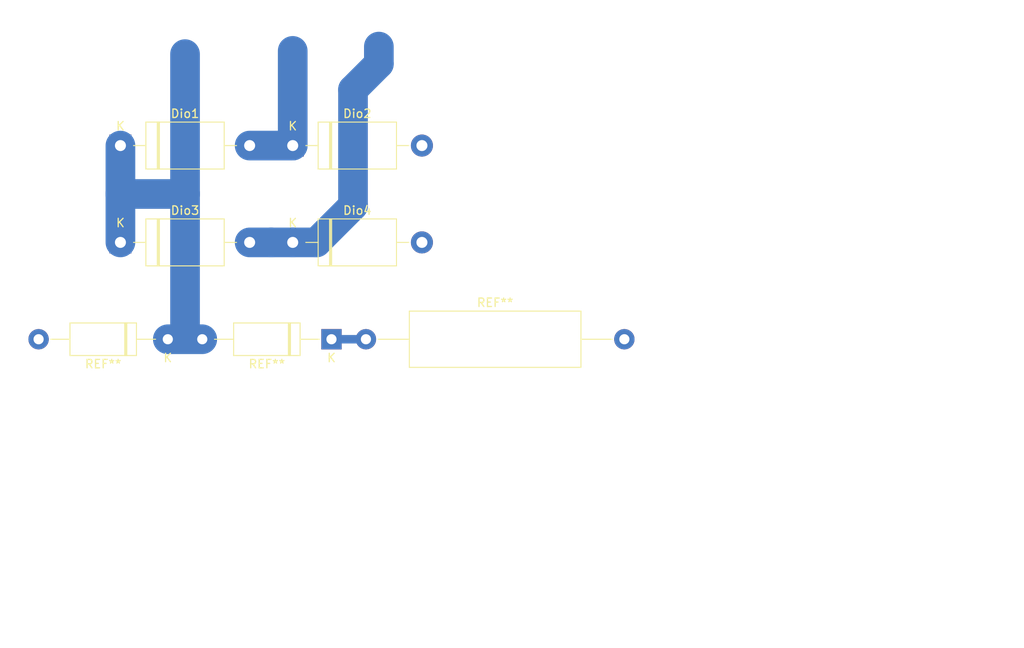
<source format=kicad_pcb>
(kicad_pcb (version 20171130) (host pcbnew "(5.1.6-0-10_14)")

  (general
    (thickness 1.6)
    (drawings 0)
    (tracks 19)
    (zones 0)
    (modules 11)
    (nets 1)
  )

  (page A4)
  (layers
    (0 F.Cu signal)
    (31 B.Cu signal)
    (32 B.Adhes user)
    (33 F.Adhes user)
    (34 B.Paste user)
    (35 F.Paste user)
    (36 B.SilkS user)
    (37 F.SilkS user)
    (38 B.Mask user)
    (39 F.Mask user)
    (40 Dwgs.User user)
    (41 Cmts.User user)
    (42 Eco1.User user)
    (43 Eco2.User user)
    (44 Edge.Cuts user)
    (45 Margin user)
    (46 B.CrtYd user)
    (47 F.CrtYd user)
    (48 B.Fab user)
    (49 F.Fab user)
  )

  (setup
    (last_trace_width 0.25)
    (trace_clearance 0.2)
    (zone_clearance 0.508)
    (zone_45_only no)
    (trace_min 0.2)
    (via_size 0.8)
    (via_drill 0.4)
    (via_min_size 0.4)
    (via_min_drill 0.3)
    (uvia_size 0.3)
    (uvia_drill 0.1)
    (uvias_allowed no)
    (uvia_min_size 0.2)
    (uvia_min_drill 0.1)
    (edge_width 0.05)
    (segment_width 0.2)
    (pcb_text_width 0.3)
    (pcb_text_size 1.5 1.5)
    (mod_edge_width 0.12)
    (mod_text_size 1 1)
    (mod_text_width 0.15)
    (pad_size 1.524 1.524)
    (pad_drill 0.762)
    (pad_to_mask_clearance 0.05)
    (aux_axis_origin 0 0)
    (visible_elements FFFFFF7F)
    (pcbplotparams
      (layerselection 0x010fc_ffffffff)
      (usegerberextensions false)
      (usegerberattributes true)
      (usegerberadvancedattributes true)
      (creategerberjobfile true)
      (excludeedgelayer true)
      (linewidth 0.100000)
      (plotframeref false)
      (viasonmask false)
      (mode 1)
      (useauxorigin false)
      (hpglpennumber 1)
      (hpglpenspeed 20)
      (hpglpendiameter 15.000000)
      (psnegative false)
      (psa4output false)
      (plotreference true)
      (plotvalue true)
      (plotinvisibletext false)
      (padsonsilk false)
      (subtractmaskfromsilk false)
      (outputformat 1)
      (mirror false)
      (drillshape 1)
      (scaleselection 1)
      (outputdirectory ""))
  )

  (net 0 "")

  (net_class Default "This is the default net class."
    (clearance 0.2)
    (trace_width 0.25)
    (via_dia 0.8)
    (via_drill 0.4)
    (uvia_dia 0.3)
    (uvia_drill 0.1)
  )

  (module Resistor_THT:R_Axial_Power_L20.0mm_W6.4mm_P30.48mm (layer F.Cu) (tedit 5AE5139B) (tstamp 5F439AA2)
    (at 112.776 63.5)
    (descr "Resistor, Axial_Power series, Box, pin pitch=30.48mm, 4W, length*width*height=20*6.4*6.4mm^3, http://cdn-reichelt.de/documents/datenblatt/B400/5WAXIAL_9WAXIAL_11WAXIAL_17WAXIAL%23YAG.pdf")
    (tags "Resistor Axial_Power series Box pin pitch 30.48mm 4W length 20mm width 6.4mm height 6.4mm")
    (fp_text reference REF** (at 15.24 -4.32) (layer F.SilkS)
      (effects (font (size 1 1) (thickness 0.15)))
    )
    (fp_text value R_Axial_Power_L20.0mm_W6.4mm_P30.48mm (at 15.24 4.32) (layer F.Fab)
      (effects (font (size 1 1) (thickness 0.15)))
    )
    (fp_text user %R (at 15.24 0) (layer F.Fab)
      (effects (font (size 1 1) (thickness 0.15)))
    )
    (fp_line (start 5.24 -3.2) (end 5.24 3.2) (layer F.Fab) (width 0.1))
    (fp_line (start 5.24 3.2) (end 25.24 3.2) (layer F.Fab) (width 0.1))
    (fp_line (start 25.24 3.2) (end 25.24 -3.2) (layer F.Fab) (width 0.1))
    (fp_line (start 25.24 -3.2) (end 5.24 -3.2) (layer F.Fab) (width 0.1))
    (fp_line (start 0 0) (end 5.24 0) (layer F.Fab) (width 0.1))
    (fp_line (start 30.48 0) (end 25.24 0) (layer F.Fab) (width 0.1))
    (fp_line (start 5.12 -3.32) (end 5.12 3.32) (layer F.SilkS) (width 0.12))
    (fp_line (start 5.12 3.32) (end 25.36 3.32) (layer F.SilkS) (width 0.12))
    (fp_line (start 25.36 3.32) (end 25.36 -3.32) (layer F.SilkS) (width 0.12))
    (fp_line (start 25.36 -3.32) (end 5.12 -3.32) (layer F.SilkS) (width 0.12))
    (fp_line (start 1.44 0) (end 5.12 0) (layer F.SilkS) (width 0.12))
    (fp_line (start 29.04 0) (end 25.36 0) (layer F.SilkS) (width 0.12))
    (fp_line (start -1.45 -3.45) (end -1.45 3.45) (layer F.CrtYd) (width 0.05))
    (fp_line (start -1.45 3.45) (end 31.94 3.45) (layer F.CrtYd) (width 0.05))
    (fp_line (start 31.94 3.45) (end 31.94 -3.45) (layer F.CrtYd) (width 0.05))
    (fp_line (start 31.94 -3.45) (end -1.45 -3.45) (layer F.CrtYd) (width 0.05))
    (pad 2 thru_hole oval (at 30.48 0) (size 2.4 2.4) (drill 1.2) (layers *.Cu *.Mask))
    (pad 1 thru_hole circle (at 0 0) (size 2.4 2.4) (drill 1.2) (layers *.Cu *.Mask))
    (model ${KISYS3DMOD}/Resistor_THT.3dshapes/R_Axial_Power_L20.0mm_W6.4mm_P30.48mm.wrl
      (at (xyz 0 0 0))
      (scale (xyz 1 1 1))
      (rotate (xyz 0 0 0))
    )
  )

  (module Diode_THT:D_DO-15_P15.24mm_Horizontal (layer F.Cu) (tedit 5AE50CD5) (tstamp 5F438543)
    (at 108.712 63.5 180)
    (descr "Diode, DO-15 series, Axial, Horizontal, pin pitch=15.24mm, , length*diameter=7.6*3.6mm^2, , http://www.diodes.com/_files/packages/DO-15.pdf")
    (tags "Diode DO-15 series Axial Horizontal pin pitch 15.24mm  length 7.6mm diameter 3.6mm")
    (fp_text reference REF** (at 7.62 -2.92) (layer F.SilkS)
      (effects (font (size 1 1) (thickness 0.15)))
    )
    (fp_text value D_DO-15_P15.24mm_Horizontal (at 7.62 2.92) (layer F.Fab)
      (effects (font (size 1 1) (thickness 0.15)))
    )
    (fp_line (start 3.82 -1.8) (end 3.82 1.8) (layer F.Fab) (width 0.1))
    (fp_line (start 3.82 1.8) (end 11.42 1.8) (layer F.Fab) (width 0.1))
    (fp_line (start 11.42 1.8) (end 11.42 -1.8) (layer F.Fab) (width 0.1))
    (fp_line (start 11.42 -1.8) (end 3.82 -1.8) (layer F.Fab) (width 0.1))
    (fp_line (start 0 0) (end 3.82 0) (layer F.Fab) (width 0.1))
    (fp_line (start 15.24 0) (end 11.42 0) (layer F.Fab) (width 0.1))
    (fp_line (start 4.96 -1.8) (end 4.96 1.8) (layer F.Fab) (width 0.1))
    (fp_line (start 5.06 -1.8) (end 5.06 1.8) (layer F.Fab) (width 0.1))
    (fp_line (start 4.86 -1.8) (end 4.86 1.8) (layer F.Fab) (width 0.1))
    (fp_line (start 3.7 -1.92) (end 3.7 1.92) (layer F.SilkS) (width 0.12))
    (fp_line (start 3.7 1.92) (end 11.54 1.92) (layer F.SilkS) (width 0.12))
    (fp_line (start 11.54 1.92) (end 11.54 -1.92) (layer F.SilkS) (width 0.12))
    (fp_line (start 11.54 -1.92) (end 3.7 -1.92) (layer F.SilkS) (width 0.12))
    (fp_line (start 1.44 0) (end 3.7 0) (layer F.SilkS) (width 0.12))
    (fp_line (start 13.8 0) (end 11.54 0) (layer F.SilkS) (width 0.12))
    (fp_line (start 4.96 -1.92) (end 4.96 1.92) (layer F.SilkS) (width 0.12))
    (fp_line (start 5.08 -1.92) (end 5.08 1.92) (layer F.SilkS) (width 0.12))
    (fp_line (start 4.84 -1.92) (end 4.84 1.92) (layer F.SilkS) (width 0.12))
    (fp_line (start -1.45 -2.05) (end -1.45 2.05) (layer F.CrtYd) (width 0.05))
    (fp_line (start -1.45 2.05) (end 16.69 2.05) (layer F.CrtYd) (width 0.05))
    (fp_line (start 16.69 2.05) (end 16.69 -2.05) (layer F.CrtYd) (width 0.05))
    (fp_line (start 16.69 -2.05) (end -1.45 -2.05) (layer F.CrtYd) (width 0.05))
    (fp_text user %R (at 8.19 0) (layer F.Fab)
      (effects (font (size 1 1) (thickness 0.15)))
    )
    (fp_text user K (at 0 -2.2) (layer F.Fab)
      (effects (font (size 1 1) (thickness 0.15)))
    )
    (fp_text user K (at 0 -2.2) (layer F.SilkS)
      (effects (font (size 1 1) (thickness 0.15)))
    )
    (pad 1 thru_hole rect (at 0 0 180) (size 2.4 2.4) (drill 1.2) (layers *.Cu *.Mask))
    (pad 2 thru_hole oval (at 15.24 0 180) (size 2.4 2.4) (drill 1.2) (layers *.Cu *.Mask))
    (model ${KISYS3DMOD}/Diode_THT.3dshapes/D_DO-15_P15.24mm_Horizontal.wrl
      (at (xyz 0 0 0))
      (scale (xyz 1 1 1))
      (rotate (xyz 0 0 0))
    )
  )

  (module Diode_THT:D_DO-15_P15.24mm_Horizontal (layer F.Cu) (tedit 5AE50CD5) (tstamp 5F438524)
    (at 89.408 63.5 180)
    (descr "Diode, DO-15 series, Axial, Horizontal, pin pitch=15.24mm, , length*diameter=7.6*3.6mm^2, , http://www.diodes.com/_files/packages/DO-15.pdf")
    (tags "Diode DO-15 series Axial Horizontal pin pitch 15.24mm  length 7.6mm diameter 3.6mm")
    (fp_text reference REF** (at 7.62 -2.92) (layer F.SilkS)
      (effects (font (size 1 1) (thickness 0.15)))
    )
    (fp_text value D_DO-15_P15.24mm_Horizontal (at 7.62 2.92) (layer F.Fab)
      (effects (font (size 1 1) (thickness 0.15)))
    )
    (fp_text user K (at 0 -2.2) (layer F.SilkS)
      (effects (font (size 1 1) (thickness 0.15)))
    )
    (fp_text user K (at 0 -2.2) (layer F.Fab)
      (effects (font (size 1 1) (thickness 0.15)))
    )
    (fp_text user %R (at 8.19 0) (layer F.Fab)
      (effects (font (size 1 1) (thickness 0.15)))
    )
    (fp_line (start 3.82 -1.8) (end 3.82 1.8) (layer F.Fab) (width 0.1))
    (fp_line (start 3.82 1.8) (end 11.42 1.8) (layer F.Fab) (width 0.1))
    (fp_line (start 11.42 1.8) (end 11.42 -1.8) (layer F.Fab) (width 0.1))
    (fp_line (start 11.42 -1.8) (end 3.82 -1.8) (layer F.Fab) (width 0.1))
    (fp_line (start 0 0) (end 3.82 0) (layer F.Fab) (width 0.1))
    (fp_line (start 15.24 0) (end 11.42 0) (layer F.Fab) (width 0.1))
    (fp_line (start 4.96 -1.8) (end 4.96 1.8) (layer F.Fab) (width 0.1))
    (fp_line (start 5.06 -1.8) (end 5.06 1.8) (layer F.Fab) (width 0.1))
    (fp_line (start 4.86 -1.8) (end 4.86 1.8) (layer F.Fab) (width 0.1))
    (fp_line (start 3.7 -1.92) (end 3.7 1.92) (layer F.SilkS) (width 0.12))
    (fp_line (start 3.7 1.92) (end 11.54 1.92) (layer F.SilkS) (width 0.12))
    (fp_line (start 11.54 1.92) (end 11.54 -1.92) (layer F.SilkS) (width 0.12))
    (fp_line (start 11.54 -1.92) (end 3.7 -1.92) (layer F.SilkS) (width 0.12))
    (fp_line (start 1.44 0) (end 3.7 0) (layer F.SilkS) (width 0.12))
    (fp_line (start 13.8 0) (end 11.54 0) (layer F.SilkS) (width 0.12))
    (fp_line (start 4.96 -1.92) (end 4.96 1.92) (layer F.SilkS) (width 0.12))
    (fp_line (start 5.08 -1.92) (end 5.08 1.92) (layer F.SilkS) (width 0.12))
    (fp_line (start 4.84 -1.92) (end 4.84 1.92) (layer F.SilkS) (width 0.12))
    (fp_line (start -1.45 -2.05) (end -1.45 2.05) (layer F.CrtYd) (width 0.05))
    (fp_line (start -1.45 2.05) (end 16.69 2.05) (layer F.CrtYd) (width 0.05))
    (fp_line (start 16.69 2.05) (end 16.69 -2.05) (layer F.CrtYd) (width 0.05))
    (fp_line (start 16.69 -2.05) (end -1.45 -2.05) (layer F.CrtYd) (width 0.05))
    (pad 2 thru_hole oval (at 15.24 0 180) (size 2.4 2.4) (drill 1.2) (layers *.Cu *.Mask))
    (pad 1 thru_hole rect (at 0 0 180) (size 2.4 2.4) (drill 1.2) (layers *.Cu *.Mask))
    (model ${KISYS3DMOD}/Diode_THT.3dshapes/D_DO-15_P15.24mm_Horizontal.wrl
      (at (xyz 0 0 0))
      (scale (xyz 1 1 1))
      (rotate (xyz 0 0 0))
    )
  )

  (module MountingHole:MountingHole_3.7mm (layer F.Cu) (tedit 56D1B4CB) (tstamp 5F437D23)
    (at 186.436 91.567)
    (descr "Mounting Hole 3.7mm, no annular")
    (tags "mounting hole 3.7mm no annular")
    (attr virtual)
    (fp_text reference Mount4 (at 0 -4.7) (layer F.SilkS) hide
      (effects (font (size 1 1) (thickness 0.15)))
    )
    (fp_text value MountingHole_3.7mm (at 0 4.7) (layer F.Fab) hide
      (effects (font (size 1 1) (thickness 0.15)))
    )
    (fp_circle (center 0 0) (end 3.7 0) (layer Cmts.User) (width 0.15))
    (fp_circle (center 0 0) (end 3.95 0) (layer F.CrtYd) (width 0.05))
    (fp_text user %R (at 0.3 0) (layer F.Fab)
      (effects (font (size 1 1) (thickness 0.15)))
    )
    (pad 1 np_thru_hole circle (at 0 0) (size 3.7 3.7) (drill 3.7) (layers *.Cu *.Mask))
  )

  (module MountingHole:MountingHole_3.7mm (layer F.Cu) (tedit 56D1B4CB) (tstamp 5F437D23)
    (at 186.436 32.512)
    (descr "Mounting Hole 3.7mm, no annular")
    (tags "mounting hole 3.7mm no annular")
    (attr virtual)
    (fp_text reference Mount3 (at 0 -4.7) (layer F.SilkS) hide
      (effects (font (size 1 1) (thickness 0.15)))
    )
    (fp_text value MountingHole_3.7mm (at 0 4.7) (layer F.Fab) hide
      (effects (font (size 1 1) (thickness 0.15)))
    )
    (fp_circle (center 0 0) (end 3.7 0) (layer Cmts.User) (width 0.15))
    (fp_circle (center 0 0) (end 3.95 0) (layer F.CrtYd) (width 0.05))
    (fp_text user %R (at 0.3 0) (layer F.Fab)
      (effects (font (size 1 1) (thickness 0.15)))
    )
    (pad 1 np_thru_hole circle (at 0 0) (size 3.7 3.7) (drill 3.7) (layers *.Cu *.Mask))
  )

  (module MountingHole:MountingHole_3.7mm (layer F.Cu) (tedit 56D1B4CB) (tstamp 5F437D23)
    (at 131.826 96.012)
    (descr "Mounting Hole 3.7mm, no annular")
    (tags "mounting hole 3.7mm no annular")
    (attr virtual)
    (fp_text reference Mount2 (at 1.27 -4.7) (layer F.SilkS) hide
      (effects (font (size 1 1) (thickness 0.15)))
    )
    (fp_text value MountingHole_3.7mm (at 0 4.7) (layer F.Fab) hide
      (effects (font (size 1 1) (thickness 0.15)))
    )
    (fp_circle (center 0 0) (end 3.7 0) (layer Cmts.User) (width 0.15))
    (fp_circle (center 0 0) (end 3.95 0) (layer F.CrtYd) (width 0.05))
    (fp_text user %R (at 0.3 0) (layer F.Fab)
      (effects (font (size 1 1) (thickness 0.15)))
    )
    (pad 1 np_thru_hole circle (at 0 0) (size 3.7 3.7) (drill 3.7) (layers *.Cu *.Mask))
  )

  (module MountingHole:MountingHole_3.7mm (layer F.Cu) (tedit 56D1B4CB) (tstamp 5F437D90)
    (at 131.826 27.432)
    (descr "Mounting Hole 3.7mm, no annular")
    (tags "mounting hole 3.7mm no annular")
    (attr virtual)
    (fp_text reference Mount1 (at 0 -4.7) (layer F.SilkS) hide
      (effects (font (size 1 1) (thickness 0.15)))
    )
    (fp_text value MountingHole_3.7mm (at 0 4.7) (layer F.Fab) hide
      (effects (font (size 1 1) (thickness 0.15)))
    )
    (fp_text user %R (at 0.3 0) (layer F.Fab)
      (effects (font (size 1 1) (thickness 0.15)))
    )
    (fp_circle (center 0 0) (end 3.7 0) (layer Cmts.User) (width 0.15))
    (fp_circle (center 0 0) (end 3.95 0) (layer F.CrtYd) (width 0.05))
    (pad 1 np_thru_hole circle (at 0 0) (size 3.7 3.7) (drill 3.7) (layers *.Cu *.Mask))
  )

  (module Diode_THT:D_DO-201AE_P15.24mm_Horizontal (layer F.Cu) (tedit 5AE50CD5) (tstamp 5F431373)
    (at 104.14 52.07)
    (descr "Diode, DO-201AE series, Axial, Horizontal, pin pitch=15.24mm, , length*diameter=9*5.3mm^2, , http://www.farnell.com/datasheets/529758.pdf")
    (tags "Diode DO-201AE series Axial Horizontal pin pitch 15.24mm  length 9mm diameter 5.3mm")
    (fp_text reference Dio4 (at 7.62 -3.77) (layer F.SilkS)
      (effects (font (size 1 1) (thickness 0.15)))
    )
    (fp_text value D_DO-201AE_P15.24mm_Horizontal (at 7.62 3.77) (layer F.Fab)
      (effects (font (size 1 1) (thickness 0.15)))
    )
    (fp_line (start 3.12 -2.65) (end 3.12 2.65) (layer F.Fab) (width 0.1))
    (fp_line (start 3.12 2.65) (end 12.12 2.65) (layer F.Fab) (width 0.1))
    (fp_line (start 12.12 2.65) (end 12.12 -2.65) (layer F.Fab) (width 0.1))
    (fp_line (start 12.12 -2.65) (end 3.12 -2.65) (layer F.Fab) (width 0.1))
    (fp_line (start 0 0) (end 3.12 0) (layer F.Fab) (width 0.1))
    (fp_line (start 15.24 0) (end 12.12 0) (layer F.Fab) (width 0.1))
    (fp_line (start 4.47 -2.65) (end 4.47 2.65) (layer F.Fab) (width 0.1))
    (fp_line (start 4.57 -2.65) (end 4.57 2.65) (layer F.Fab) (width 0.1))
    (fp_line (start 4.37 -2.65) (end 4.37 2.65) (layer F.Fab) (width 0.1))
    (fp_line (start 3 -2.77) (end 3 2.77) (layer F.SilkS) (width 0.12))
    (fp_line (start 3 2.77) (end 12.24 2.77) (layer F.SilkS) (width 0.12))
    (fp_line (start 12.24 2.77) (end 12.24 -2.77) (layer F.SilkS) (width 0.12))
    (fp_line (start 12.24 -2.77) (end 3 -2.77) (layer F.SilkS) (width 0.12))
    (fp_line (start 1.54 0) (end 3 0) (layer F.SilkS) (width 0.12))
    (fp_line (start 13.7 0) (end 12.24 0) (layer F.SilkS) (width 0.12))
    (fp_line (start 4.47 -2.77) (end 4.47 2.77) (layer F.SilkS) (width 0.12))
    (fp_line (start 4.59 -2.77) (end 4.59 2.77) (layer F.SilkS) (width 0.12))
    (fp_line (start 4.35 -2.77) (end 4.35 2.77) (layer F.SilkS) (width 0.12))
    (fp_line (start -1.55 -2.9) (end -1.55 2.9) (layer F.CrtYd) (width 0.05))
    (fp_line (start -1.55 2.9) (end 16.79 2.9) (layer F.CrtYd) (width 0.05))
    (fp_line (start 16.79 2.9) (end 16.79 -2.9) (layer F.CrtYd) (width 0.05))
    (fp_line (start 16.79 -2.9) (end -1.55 -2.9) (layer F.CrtYd) (width 0.05))
    (fp_text user %R (at 8.295 0) (layer F.Fab)
      (effects (font (size 1 1) (thickness 0.15)))
    )
    (fp_text user K (at 0 -2.3) (layer F.Fab)
      (effects (font (size 1 1) (thickness 0.15)))
    )
    (fp_text user K (at 0 -2.3) (layer F.SilkS)
      (effects (font (size 1 1) (thickness 0.15)))
    )
    (pad 1 thru_hole rect (at 0 0) (size 2.6 2.6) (drill 1.3) (layers *.Cu *.Mask))
    (pad 2 thru_hole oval (at 15.24 0) (size 2.6 2.6) (drill 1.3) (layers *.Cu *.Mask))
    (model ${KISYS3DMOD}/Diode_THT.3dshapes/D_DO-201AE_P15.24mm_Horizontal.wrl
      (at (xyz 0 0 0))
      (scale (xyz 1 1 1))
      (rotate (xyz 0 0 0))
    )
  )

  (module Diode_THT:D_DO-201AE_P15.24mm_Horizontal (layer F.Cu) (tedit 5AE50CD5) (tstamp 5F431373)
    (at 104.14 40.64)
    (descr "Diode, DO-201AE series, Axial, Horizontal, pin pitch=15.24mm, , length*diameter=9*5.3mm^2, , http://www.farnell.com/datasheets/529758.pdf")
    (tags "Diode DO-201AE series Axial Horizontal pin pitch 15.24mm  length 9mm diameter 5.3mm")
    (fp_text reference Dio2 (at 7.62 -3.77) (layer F.SilkS)
      (effects (font (size 1 1) (thickness 0.15)))
    )
    (fp_text value D_DO-201AE_P15.24mm_Horizontal (at 7.62 3.77) (layer F.Fab)
      (effects (font (size 1 1) (thickness 0.15)))
    )
    (fp_line (start 3.12 -2.65) (end 3.12 2.65) (layer F.Fab) (width 0.1))
    (fp_line (start 3.12 2.65) (end 12.12 2.65) (layer F.Fab) (width 0.1))
    (fp_line (start 12.12 2.65) (end 12.12 -2.65) (layer F.Fab) (width 0.1))
    (fp_line (start 12.12 -2.65) (end 3.12 -2.65) (layer F.Fab) (width 0.1))
    (fp_line (start 0 0) (end 3.12 0) (layer F.Fab) (width 0.1))
    (fp_line (start 15.24 0) (end 12.12 0) (layer F.Fab) (width 0.1))
    (fp_line (start 4.47 -2.65) (end 4.47 2.65) (layer F.Fab) (width 0.1))
    (fp_line (start 4.57 -2.65) (end 4.57 2.65) (layer F.Fab) (width 0.1))
    (fp_line (start 4.37 -2.65) (end 4.37 2.65) (layer F.Fab) (width 0.1))
    (fp_line (start 3 -2.77) (end 3 2.77) (layer F.SilkS) (width 0.12))
    (fp_line (start 3 2.77) (end 12.24 2.77) (layer F.SilkS) (width 0.12))
    (fp_line (start 12.24 2.77) (end 12.24 -2.77) (layer F.SilkS) (width 0.12))
    (fp_line (start 12.24 -2.77) (end 3 -2.77) (layer F.SilkS) (width 0.12))
    (fp_line (start 1.54 0) (end 3 0) (layer F.SilkS) (width 0.12))
    (fp_line (start 13.7 0) (end 12.24 0) (layer F.SilkS) (width 0.12))
    (fp_line (start 4.47 -2.77) (end 4.47 2.77) (layer F.SilkS) (width 0.12))
    (fp_line (start 4.59 -2.77) (end 4.59 2.77) (layer F.SilkS) (width 0.12))
    (fp_line (start 4.35 -2.77) (end 4.35 2.77) (layer F.SilkS) (width 0.12))
    (fp_line (start -1.55 -2.9) (end -1.55 2.9) (layer F.CrtYd) (width 0.05))
    (fp_line (start -1.55 2.9) (end 16.79 2.9) (layer F.CrtYd) (width 0.05))
    (fp_line (start 16.79 2.9) (end 16.79 -2.9) (layer F.CrtYd) (width 0.05))
    (fp_line (start 16.79 -2.9) (end -1.55 -2.9) (layer F.CrtYd) (width 0.05))
    (fp_text user %R (at 8.295 0) (layer F.Fab)
      (effects (font (size 1 1) (thickness 0.15)))
    )
    (fp_text user K (at 0 -2.3) (layer F.Fab)
      (effects (font (size 1 1) (thickness 0.15)))
    )
    (fp_text user K (at 0 -2.3) (layer F.SilkS)
      (effects (font (size 1 1) (thickness 0.15)))
    )
    (pad 1 thru_hole rect (at 0 0) (size 2.6 2.6) (drill 1.3) (layers *.Cu *.Mask))
    (pad 2 thru_hole oval (at 15.24 0) (size 2.6 2.6) (drill 1.3) (layers *.Cu *.Mask))
    (model ${KISYS3DMOD}/Diode_THT.3dshapes/D_DO-201AE_P15.24mm_Horizontal.wrl
      (at (xyz 0 0 0))
      (scale (xyz 1 1 1))
      (rotate (xyz 0 0 0))
    )
  )

  (module Diode_THT:D_DO-201AE_P15.24mm_Horizontal (layer F.Cu) (tedit 5AE50CD5) (tstamp 5F431373)
    (at 83.82 52.07)
    (descr "Diode, DO-201AE series, Axial, Horizontal, pin pitch=15.24mm, , length*diameter=9*5.3mm^2, , http://www.farnell.com/datasheets/529758.pdf")
    (tags "Diode DO-201AE series Axial Horizontal pin pitch 15.24mm  length 9mm diameter 5.3mm")
    (fp_text reference Dio3 (at 7.62 -3.77) (layer F.SilkS)
      (effects (font (size 1 1) (thickness 0.15)))
    )
    (fp_text value D_DO-201AE_P15.24mm_Horizontal (at 7.62 3.77) (layer F.Fab)
      (effects (font (size 1 1) (thickness 0.15)))
    )
    (fp_line (start 3.12 -2.65) (end 3.12 2.65) (layer F.Fab) (width 0.1))
    (fp_line (start 3.12 2.65) (end 12.12 2.65) (layer F.Fab) (width 0.1))
    (fp_line (start 12.12 2.65) (end 12.12 -2.65) (layer F.Fab) (width 0.1))
    (fp_line (start 12.12 -2.65) (end 3.12 -2.65) (layer F.Fab) (width 0.1))
    (fp_line (start 0 0) (end 3.12 0) (layer F.Fab) (width 0.1))
    (fp_line (start 15.24 0) (end 12.12 0) (layer F.Fab) (width 0.1))
    (fp_line (start 4.47 -2.65) (end 4.47 2.65) (layer F.Fab) (width 0.1))
    (fp_line (start 4.57 -2.65) (end 4.57 2.65) (layer F.Fab) (width 0.1))
    (fp_line (start 4.37 -2.65) (end 4.37 2.65) (layer F.Fab) (width 0.1))
    (fp_line (start 3 -2.77) (end 3 2.77) (layer F.SilkS) (width 0.12))
    (fp_line (start 3 2.77) (end 12.24 2.77) (layer F.SilkS) (width 0.12))
    (fp_line (start 12.24 2.77) (end 12.24 -2.77) (layer F.SilkS) (width 0.12))
    (fp_line (start 12.24 -2.77) (end 3 -2.77) (layer F.SilkS) (width 0.12))
    (fp_line (start 1.54 0) (end 3 0) (layer F.SilkS) (width 0.12))
    (fp_line (start 13.7 0) (end 12.24 0) (layer F.SilkS) (width 0.12))
    (fp_line (start 4.47 -2.77) (end 4.47 2.77) (layer F.SilkS) (width 0.12))
    (fp_line (start 4.59 -2.77) (end 4.59 2.77) (layer F.SilkS) (width 0.12))
    (fp_line (start 4.35 -2.77) (end 4.35 2.77) (layer F.SilkS) (width 0.12))
    (fp_line (start -1.55 -2.9) (end -1.55 2.9) (layer F.CrtYd) (width 0.05))
    (fp_line (start -1.55 2.9) (end 16.79 2.9) (layer F.CrtYd) (width 0.05))
    (fp_line (start 16.79 2.9) (end 16.79 -2.9) (layer F.CrtYd) (width 0.05))
    (fp_line (start 16.79 -2.9) (end -1.55 -2.9) (layer F.CrtYd) (width 0.05))
    (fp_text user %R (at 8.295 0) (layer F.Fab)
      (effects (font (size 1 1) (thickness 0.15)))
    )
    (fp_text user K (at 0 -2.3) (layer F.Fab)
      (effects (font (size 1 1) (thickness 0.15)))
    )
    (fp_text user K (at 0 -2.3) (layer F.SilkS)
      (effects (font (size 1 1) (thickness 0.15)))
    )
    (pad 1 thru_hole rect (at 0 0) (size 2.6 2.6) (drill 1.3) (layers *.Cu *.Mask))
    (pad 2 thru_hole oval (at 15.24 0) (size 2.6 2.6) (drill 1.3) (layers *.Cu *.Mask))
    (model ${KISYS3DMOD}/Diode_THT.3dshapes/D_DO-201AE_P15.24mm_Horizontal.wrl
      (at (xyz 0 0 0))
      (scale (xyz 1 1 1))
      (rotate (xyz 0 0 0))
    )
  )

  (module Diode_THT:D_DO-201AE_P15.24mm_Horizontal (layer F.Cu) (tedit 5AE50CD5) (tstamp 5F4312DB)
    (at 83.82 40.64)
    (descr "Diode, DO-201AE series, Axial, Horizontal, pin pitch=15.24mm, , length*diameter=9*5.3mm^2, , http://www.farnell.com/datasheets/529758.pdf")
    (tags "Diode DO-201AE series Axial Horizontal pin pitch 15.24mm  length 9mm diameter 5.3mm")
    (fp_text reference Dio1 (at 7.62 -3.77) (layer F.SilkS)
      (effects (font (size 1 1) (thickness 0.15)))
    )
    (fp_text value D_DO-201AE_P15.24mm_Horizontal (at 7.62 3.77) (layer F.Fab)
      (effects (font (size 1 1) (thickness 0.15)))
    )
    (fp_text user K (at 0 -2.3) (layer F.SilkS)
      (effects (font (size 1 1) (thickness 0.15)))
    )
    (fp_text user K (at 0 -2.3) (layer F.Fab)
      (effects (font (size 1 1) (thickness 0.15)))
    )
    (fp_text user %R (at 8.295 0) (layer F.Fab)
      (effects (font (size 1 1) (thickness 0.15)))
    )
    (fp_line (start 3.12 -2.65) (end 3.12 2.65) (layer F.Fab) (width 0.1))
    (fp_line (start 3.12 2.65) (end 12.12 2.65) (layer F.Fab) (width 0.1))
    (fp_line (start 12.12 2.65) (end 12.12 -2.65) (layer F.Fab) (width 0.1))
    (fp_line (start 12.12 -2.65) (end 3.12 -2.65) (layer F.Fab) (width 0.1))
    (fp_line (start 0 0) (end 3.12 0) (layer F.Fab) (width 0.1))
    (fp_line (start 15.24 0) (end 12.12 0) (layer F.Fab) (width 0.1))
    (fp_line (start 4.47 -2.65) (end 4.47 2.65) (layer F.Fab) (width 0.1))
    (fp_line (start 4.57 -2.65) (end 4.57 2.65) (layer F.Fab) (width 0.1))
    (fp_line (start 4.37 -2.65) (end 4.37 2.65) (layer F.Fab) (width 0.1))
    (fp_line (start 3 -2.77) (end 3 2.77) (layer F.SilkS) (width 0.12))
    (fp_line (start 3 2.77) (end 12.24 2.77) (layer F.SilkS) (width 0.12))
    (fp_line (start 12.24 2.77) (end 12.24 -2.77) (layer F.SilkS) (width 0.12))
    (fp_line (start 12.24 -2.77) (end 3 -2.77) (layer F.SilkS) (width 0.12))
    (fp_line (start 1.54 0) (end 3 0) (layer F.SilkS) (width 0.12))
    (fp_line (start 13.7 0) (end 12.24 0) (layer F.SilkS) (width 0.12))
    (fp_line (start 4.47 -2.77) (end 4.47 2.77) (layer F.SilkS) (width 0.12))
    (fp_line (start 4.59 -2.77) (end 4.59 2.77) (layer F.SilkS) (width 0.12))
    (fp_line (start 4.35 -2.77) (end 4.35 2.77) (layer F.SilkS) (width 0.12))
    (fp_line (start -1.55 -2.9) (end -1.55 2.9) (layer F.CrtYd) (width 0.05))
    (fp_line (start -1.55 2.9) (end 16.79 2.9) (layer F.CrtYd) (width 0.05))
    (fp_line (start 16.79 2.9) (end 16.79 -2.9) (layer F.CrtYd) (width 0.05))
    (fp_line (start 16.79 -2.9) (end -1.55 -2.9) (layer F.CrtYd) (width 0.05))
    (pad 2 thru_hole oval (at 15.24 0) (size 2.6 2.6) (drill 1.3) (layers *.Cu *.Mask))
    (pad 1 thru_hole rect (at 0 0) (size 2.6 2.6) (drill 1.3) (layers *.Cu *.Mask))
    (model ${KISYS3DMOD}/Diode_THT.3dshapes/D_DO-201AE_P15.24mm_Horizontal.wrl
      (at (xyz 0 0 0))
      (scale (xyz 1 1 1))
      (rotate (xyz 0 0 0))
    )
  )

  (segment (start 101.6 52.07) (end 102.87 52.07) (width 0.25) (layer B.Cu) (net 0))
  (segment (start 104.14 52.07) (end 99.06 52.07) (width 2.5) (layer B.Cu) (net 0))
  (segment (start 101.6 52.07) (end 104.14 52.07) (width 3.5) (layer B.Cu) (net 0))
  (segment (start 99.06 52.07) (end 101.6 52.07) (width 3.5) (layer B.Cu) (net 0))
  (segment (start 99.06 40.64) (end 104.14 40.64) (width 3.5) (layer B.Cu) (net 0))
  (segment (start 83.82 52.07) (end 83.82 46.355) (width 3.5) (layer B.Cu) (net 0))
  (segment (start 83.82 46.355) (end 83.82 40.64) (width 3.5) (layer B.Cu) (net 0))
  (segment (start 91.44 46.355) (end 91.44 29.845) (width 3.5) (layer B.Cu) (net 0))
  (segment (start 91.44 46.355) (end 91.44 62.865) (width 3.5) (layer B.Cu) (net 0))
  (segment (start 83.82 46.355) (end 91.44 46.355) (width 3.5) (layer B.Cu) (net 0))
  (segment (start 104.14 40.64) (end 104.14 29.464) (width 3.5) (layer B.Cu) (net 0))
  (segment (start 104.14 29.464) (end 104.14 28.448) (width 0.25) (layer B.Cu) (net 0))
  (segment (start 104.14 52.07) (end 106.934 52.07) (width 3.5) (layer B.Cu) (net 0))
  (segment (start 106.934 52.07) (end 111.252 47.752) (width 3.5) (layer B.Cu) (net 0))
  (segment (start 111.252 47.752) (end 111.252 34.036) (width 3.5) (layer B.Cu) (net 0))
  (segment (start 111.252 34.036) (end 114.3 30.988) (width 3.5) (layer B.Cu) (net 0))
  (segment (start 114.3 30.988) (end 114.3 28.956) (width 3.5) (layer B.Cu) (net 0))
  (segment (start 93.472 63.5) (end 89.408 63.5) (width 3.5) (layer B.Cu) (net 0))
  (segment (start 112.776 63.5) (end 108.712 63.5) (width 1) (layer B.Cu) (net 0))

)

</source>
